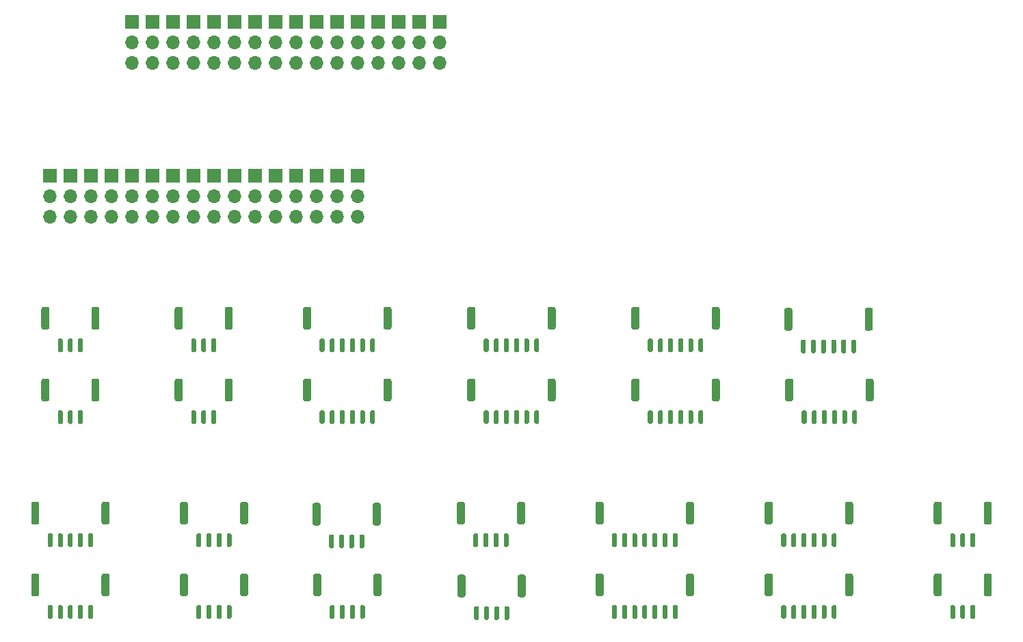
<source format=gts>
%TF.GenerationSoftware,KiCad,Pcbnew,(5.1.10)-1*%
%TF.CreationDate,2021-11-27T12:55:31-07:00*%
%TF.ProjectId,SandboxBreakout,53616e64-626f-4784-9272-65616b6f7574,rev?*%
%TF.SameCoordinates,Original*%
%TF.FileFunction,Soldermask,Top*%
%TF.FilePolarity,Negative*%
%FSLAX46Y46*%
G04 Gerber Fmt 4.6, Leading zero omitted, Abs format (unit mm)*
G04 Created by KiCad (PCBNEW (5.1.10)-1) date 2021-11-27 12:55:31*
%MOMM*%
%LPD*%
G01*
G04 APERTURE LIST*
%ADD10O,1.700000X1.700000*%
%ADD11R,1.700000X1.700000*%
G04 APERTURE END LIST*
D10*
X25400000Y-80010000D03*
X25400000Y-77470000D03*
D11*
X25400000Y-74930000D03*
X27940000Y-74930000D03*
D10*
X27940000Y-77470000D03*
X27940000Y-80010000D03*
D11*
X30480000Y-74930000D03*
D10*
X30480000Y-77470000D03*
X30480000Y-80010000D03*
D11*
X33020000Y-74930000D03*
D10*
X33020000Y-77470000D03*
X33020000Y-80010000D03*
X35560000Y-60960000D03*
X35560000Y-58420000D03*
D11*
X35560000Y-55880000D03*
D10*
X38100000Y-60960000D03*
X38100000Y-58420000D03*
D11*
X38100000Y-55880000D03*
D10*
X40640000Y-60960000D03*
X40640000Y-58420000D03*
D11*
X40640000Y-55880000D03*
D10*
X43180000Y-60960000D03*
X43180000Y-58420000D03*
D11*
X43180000Y-55880000D03*
D10*
X35560000Y-80010000D03*
X35560000Y-77470000D03*
D11*
X35560000Y-74930000D03*
D10*
X40640000Y-80010000D03*
X40640000Y-77470000D03*
D11*
X40640000Y-74930000D03*
D10*
X45720000Y-80010000D03*
X45720000Y-77470000D03*
D11*
X45720000Y-74930000D03*
D10*
X55880000Y-80010000D03*
X55880000Y-77470000D03*
D11*
X55880000Y-74930000D03*
D10*
X50800000Y-80010000D03*
X50800000Y-77470000D03*
D11*
X50800000Y-74930000D03*
D10*
X55880000Y-60960000D03*
X55880000Y-58420000D03*
D11*
X55880000Y-55880000D03*
D10*
X60960000Y-60960000D03*
X60960000Y-58420000D03*
D11*
X60960000Y-55880000D03*
D10*
X71120000Y-60960000D03*
X71120000Y-58420000D03*
D11*
X71120000Y-55880000D03*
D10*
X45720000Y-60960000D03*
X45720000Y-58420000D03*
D11*
X45720000Y-55880000D03*
D10*
X66040000Y-60960000D03*
X66040000Y-58420000D03*
D11*
X66040000Y-55880000D03*
D10*
X50800000Y-60960000D03*
X50800000Y-58420000D03*
D11*
X50800000Y-55880000D03*
D10*
X60960000Y-80010000D03*
X60960000Y-77470000D03*
D11*
X60960000Y-74930000D03*
D10*
X38100000Y-80010000D03*
X38100000Y-77470000D03*
D11*
X38100000Y-74930000D03*
D10*
X43180000Y-80010000D03*
X43180000Y-77470000D03*
D11*
X43180000Y-74930000D03*
D10*
X48260000Y-80010000D03*
X48260000Y-77470000D03*
D11*
X48260000Y-74930000D03*
D10*
X48260000Y-60960000D03*
X48260000Y-58420000D03*
D11*
X48260000Y-55880000D03*
D10*
X63500000Y-80010000D03*
X63500000Y-77470000D03*
D11*
X63500000Y-74930000D03*
D10*
X63500000Y-60960000D03*
X63500000Y-58420000D03*
D11*
X63500000Y-55880000D03*
D10*
X73660000Y-60960000D03*
X73660000Y-58420000D03*
D11*
X73660000Y-55880000D03*
D10*
X68580000Y-60960000D03*
X68580000Y-58420000D03*
D11*
X68580000Y-55880000D03*
D10*
X53340000Y-80010000D03*
X53340000Y-77470000D03*
D11*
X53340000Y-74930000D03*
D10*
X58420000Y-60960000D03*
X58420000Y-58420000D03*
D11*
X58420000Y-55880000D03*
D10*
X58420000Y-80010000D03*
X58420000Y-77470000D03*
D11*
X58420000Y-74930000D03*
D10*
X53340000Y-60960000D03*
X53340000Y-58420000D03*
D11*
X53340000Y-55880000D03*
G36*
G01*
X65455000Y-126750000D02*
X65455000Y-124450000D01*
G75*
G02*
X65705000Y-124200000I250000J0D01*
G01*
X66205000Y-124200000D01*
G75*
G02*
X66455000Y-124450000I0J-250000D01*
G01*
X66455000Y-126750000D01*
G75*
G02*
X66205000Y-127000000I-250000J0D01*
G01*
X65705000Y-127000000D01*
G75*
G02*
X65455000Y-126750000I0J250000D01*
G01*
G37*
G36*
G01*
X58005000Y-126750000D02*
X58005000Y-124450000D01*
G75*
G02*
X58255000Y-124200000I250000J0D01*
G01*
X58755000Y-124200000D01*
G75*
G02*
X59005000Y-124450000I0J-250000D01*
G01*
X59005000Y-126750000D01*
G75*
G02*
X58755000Y-127000000I-250000J0D01*
G01*
X58255000Y-127000000D01*
G75*
G02*
X58005000Y-126750000I0J250000D01*
G01*
G37*
G36*
G01*
X63805000Y-129650000D02*
X63805000Y-128250000D01*
G75*
G02*
X63955000Y-128100000I150000J0D01*
G01*
X64255000Y-128100000D01*
G75*
G02*
X64405000Y-128250000I0J-150000D01*
G01*
X64405000Y-129650000D01*
G75*
G02*
X64255000Y-129800000I-150000J0D01*
G01*
X63955000Y-129800000D01*
G75*
G02*
X63805000Y-129650000I0J150000D01*
G01*
G37*
G36*
G01*
X62555000Y-129650000D02*
X62555000Y-128250000D01*
G75*
G02*
X62705000Y-128100000I150000J0D01*
G01*
X63005000Y-128100000D01*
G75*
G02*
X63155000Y-128250000I0J-150000D01*
G01*
X63155000Y-129650000D01*
G75*
G02*
X63005000Y-129800000I-150000J0D01*
G01*
X62705000Y-129800000D01*
G75*
G02*
X62555000Y-129650000I0J150000D01*
G01*
G37*
G36*
G01*
X61305000Y-129650000D02*
X61305000Y-128250000D01*
G75*
G02*
X61455000Y-128100000I150000J0D01*
G01*
X61755000Y-128100000D01*
G75*
G02*
X61905000Y-128250000I0J-150000D01*
G01*
X61905000Y-129650000D01*
G75*
G02*
X61755000Y-129800000I-150000J0D01*
G01*
X61455000Y-129800000D01*
G75*
G02*
X61305000Y-129650000I0J150000D01*
G01*
G37*
G36*
G01*
X60055000Y-129650000D02*
X60055000Y-128250000D01*
G75*
G02*
X60205000Y-128100000I150000J0D01*
G01*
X60505000Y-128100000D01*
G75*
G02*
X60655000Y-128250000I0J-150000D01*
G01*
X60655000Y-129650000D01*
G75*
G02*
X60505000Y-129800000I-150000J0D01*
G01*
X60205000Y-129800000D01*
G75*
G02*
X60055000Y-129650000I0J150000D01*
G01*
G37*
G36*
G01*
X65370000Y-117990000D02*
X65370000Y-115690000D01*
G75*
G02*
X65620000Y-115440000I250000J0D01*
G01*
X66120000Y-115440000D01*
G75*
G02*
X66370000Y-115690000I0J-250000D01*
G01*
X66370000Y-117990000D01*
G75*
G02*
X66120000Y-118240000I-250000J0D01*
G01*
X65620000Y-118240000D01*
G75*
G02*
X65370000Y-117990000I0J250000D01*
G01*
G37*
G36*
G01*
X57920000Y-117990000D02*
X57920000Y-115690000D01*
G75*
G02*
X58170000Y-115440000I250000J0D01*
G01*
X58670000Y-115440000D01*
G75*
G02*
X58920000Y-115690000I0J-250000D01*
G01*
X58920000Y-117990000D01*
G75*
G02*
X58670000Y-118240000I-250000J0D01*
G01*
X58170000Y-118240000D01*
G75*
G02*
X57920000Y-117990000I0J250000D01*
G01*
G37*
G36*
G01*
X63720000Y-120890000D02*
X63720000Y-119490000D01*
G75*
G02*
X63870000Y-119340000I150000J0D01*
G01*
X64170000Y-119340000D01*
G75*
G02*
X64320000Y-119490000I0J-150000D01*
G01*
X64320000Y-120890000D01*
G75*
G02*
X64170000Y-121040000I-150000J0D01*
G01*
X63870000Y-121040000D01*
G75*
G02*
X63720000Y-120890000I0J150000D01*
G01*
G37*
G36*
G01*
X62470000Y-120890000D02*
X62470000Y-119490000D01*
G75*
G02*
X62620000Y-119340000I150000J0D01*
G01*
X62920000Y-119340000D01*
G75*
G02*
X63070000Y-119490000I0J-150000D01*
G01*
X63070000Y-120890000D01*
G75*
G02*
X62920000Y-121040000I-150000J0D01*
G01*
X62620000Y-121040000D01*
G75*
G02*
X62470000Y-120890000I0J150000D01*
G01*
G37*
G36*
G01*
X61220000Y-120890000D02*
X61220000Y-119490000D01*
G75*
G02*
X61370000Y-119340000I150000J0D01*
G01*
X61670000Y-119340000D01*
G75*
G02*
X61820000Y-119490000I0J-150000D01*
G01*
X61820000Y-120890000D01*
G75*
G02*
X61670000Y-121040000I-150000J0D01*
G01*
X61370000Y-121040000D01*
G75*
G02*
X61220000Y-120890000I0J150000D01*
G01*
G37*
G36*
G01*
X59970000Y-120890000D02*
X59970000Y-119490000D01*
G75*
G02*
X60120000Y-119340000I150000J0D01*
G01*
X60420000Y-119340000D01*
G75*
G02*
X60570000Y-119490000I0J-150000D01*
G01*
X60570000Y-120890000D01*
G75*
G02*
X60420000Y-121040000I-150000J0D01*
G01*
X60120000Y-121040000D01*
G75*
G02*
X59970000Y-120890000I0J150000D01*
G01*
G37*
G36*
G01*
X87025000Y-102620000D02*
X87025000Y-100320000D01*
G75*
G02*
X87275000Y-100070000I250000J0D01*
G01*
X87775000Y-100070000D01*
G75*
G02*
X88025000Y-100320000I0J-250000D01*
G01*
X88025000Y-102620000D01*
G75*
G02*
X87775000Y-102870000I-250000J0D01*
G01*
X87275000Y-102870000D01*
G75*
G02*
X87025000Y-102620000I0J250000D01*
G01*
G37*
G36*
G01*
X77075000Y-102620000D02*
X77075000Y-100320000D01*
G75*
G02*
X77325000Y-100070000I250000J0D01*
G01*
X77825000Y-100070000D01*
G75*
G02*
X78075000Y-100320000I0J-250000D01*
G01*
X78075000Y-102620000D01*
G75*
G02*
X77825000Y-102870000I-250000J0D01*
G01*
X77325000Y-102870000D01*
G75*
G02*
X77075000Y-102620000I0J250000D01*
G01*
G37*
G36*
G01*
X85375000Y-105520000D02*
X85375000Y-104120000D01*
G75*
G02*
X85525000Y-103970000I150000J0D01*
G01*
X85825000Y-103970000D01*
G75*
G02*
X85975000Y-104120000I0J-150000D01*
G01*
X85975000Y-105520000D01*
G75*
G02*
X85825000Y-105670000I-150000J0D01*
G01*
X85525000Y-105670000D01*
G75*
G02*
X85375000Y-105520000I0J150000D01*
G01*
G37*
G36*
G01*
X84125000Y-105520000D02*
X84125000Y-104120000D01*
G75*
G02*
X84275000Y-103970000I150000J0D01*
G01*
X84575000Y-103970000D01*
G75*
G02*
X84725000Y-104120000I0J-150000D01*
G01*
X84725000Y-105520000D01*
G75*
G02*
X84575000Y-105670000I-150000J0D01*
G01*
X84275000Y-105670000D01*
G75*
G02*
X84125000Y-105520000I0J150000D01*
G01*
G37*
G36*
G01*
X82875000Y-105520000D02*
X82875000Y-104120000D01*
G75*
G02*
X83025000Y-103970000I150000J0D01*
G01*
X83325000Y-103970000D01*
G75*
G02*
X83475000Y-104120000I0J-150000D01*
G01*
X83475000Y-105520000D01*
G75*
G02*
X83325000Y-105670000I-150000J0D01*
G01*
X83025000Y-105670000D01*
G75*
G02*
X82875000Y-105520000I0J150000D01*
G01*
G37*
G36*
G01*
X81625000Y-105520000D02*
X81625000Y-104120000D01*
G75*
G02*
X81775000Y-103970000I150000J0D01*
G01*
X82075000Y-103970000D01*
G75*
G02*
X82225000Y-104120000I0J-150000D01*
G01*
X82225000Y-105520000D01*
G75*
G02*
X82075000Y-105670000I-150000J0D01*
G01*
X81775000Y-105670000D01*
G75*
G02*
X81625000Y-105520000I0J150000D01*
G01*
G37*
G36*
G01*
X80375000Y-105520000D02*
X80375000Y-104120000D01*
G75*
G02*
X80525000Y-103970000I150000J0D01*
G01*
X80825000Y-103970000D01*
G75*
G02*
X80975000Y-104120000I0J-150000D01*
G01*
X80975000Y-105520000D01*
G75*
G02*
X80825000Y-105670000I-150000J0D01*
G01*
X80525000Y-105670000D01*
G75*
G02*
X80375000Y-105520000I0J150000D01*
G01*
G37*
G36*
G01*
X79125000Y-105520000D02*
X79125000Y-104120000D01*
G75*
G02*
X79275000Y-103970000I150000J0D01*
G01*
X79575000Y-103970000D01*
G75*
G02*
X79725000Y-104120000I0J-150000D01*
G01*
X79725000Y-105520000D01*
G75*
G02*
X79575000Y-105670000I-150000J0D01*
G01*
X79275000Y-105670000D01*
G75*
G02*
X79125000Y-105520000I0J150000D01*
G01*
G37*
G36*
G01*
X87025000Y-93730000D02*
X87025000Y-91430000D01*
G75*
G02*
X87275000Y-91180000I250000J0D01*
G01*
X87775000Y-91180000D01*
G75*
G02*
X88025000Y-91430000I0J-250000D01*
G01*
X88025000Y-93730000D01*
G75*
G02*
X87775000Y-93980000I-250000J0D01*
G01*
X87275000Y-93980000D01*
G75*
G02*
X87025000Y-93730000I0J250000D01*
G01*
G37*
G36*
G01*
X77075000Y-93730000D02*
X77075000Y-91430000D01*
G75*
G02*
X77325000Y-91180000I250000J0D01*
G01*
X77825000Y-91180000D01*
G75*
G02*
X78075000Y-91430000I0J-250000D01*
G01*
X78075000Y-93730000D01*
G75*
G02*
X77825000Y-93980000I-250000J0D01*
G01*
X77325000Y-93980000D01*
G75*
G02*
X77075000Y-93730000I0J250000D01*
G01*
G37*
G36*
G01*
X85375000Y-96630000D02*
X85375000Y-95230000D01*
G75*
G02*
X85525000Y-95080000I150000J0D01*
G01*
X85825000Y-95080000D01*
G75*
G02*
X85975000Y-95230000I0J-150000D01*
G01*
X85975000Y-96630000D01*
G75*
G02*
X85825000Y-96780000I-150000J0D01*
G01*
X85525000Y-96780000D01*
G75*
G02*
X85375000Y-96630000I0J150000D01*
G01*
G37*
G36*
G01*
X84125000Y-96630000D02*
X84125000Y-95230000D01*
G75*
G02*
X84275000Y-95080000I150000J0D01*
G01*
X84575000Y-95080000D01*
G75*
G02*
X84725000Y-95230000I0J-150000D01*
G01*
X84725000Y-96630000D01*
G75*
G02*
X84575000Y-96780000I-150000J0D01*
G01*
X84275000Y-96780000D01*
G75*
G02*
X84125000Y-96630000I0J150000D01*
G01*
G37*
G36*
G01*
X82875000Y-96630000D02*
X82875000Y-95230000D01*
G75*
G02*
X83025000Y-95080000I150000J0D01*
G01*
X83325000Y-95080000D01*
G75*
G02*
X83475000Y-95230000I0J-150000D01*
G01*
X83475000Y-96630000D01*
G75*
G02*
X83325000Y-96780000I-150000J0D01*
G01*
X83025000Y-96780000D01*
G75*
G02*
X82875000Y-96630000I0J150000D01*
G01*
G37*
G36*
G01*
X81625000Y-96630000D02*
X81625000Y-95230000D01*
G75*
G02*
X81775000Y-95080000I150000J0D01*
G01*
X82075000Y-95080000D01*
G75*
G02*
X82225000Y-95230000I0J-150000D01*
G01*
X82225000Y-96630000D01*
G75*
G02*
X82075000Y-96780000I-150000J0D01*
G01*
X81775000Y-96780000D01*
G75*
G02*
X81625000Y-96630000I0J150000D01*
G01*
G37*
G36*
G01*
X80375000Y-96630000D02*
X80375000Y-95230000D01*
G75*
G02*
X80525000Y-95080000I150000J0D01*
G01*
X80825000Y-95080000D01*
G75*
G02*
X80975000Y-95230000I0J-150000D01*
G01*
X80975000Y-96630000D01*
G75*
G02*
X80825000Y-96780000I-150000J0D01*
G01*
X80525000Y-96780000D01*
G75*
G02*
X80375000Y-96630000I0J150000D01*
G01*
G37*
G36*
G01*
X79125000Y-96630000D02*
X79125000Y-95230000D01*
G75*
G02*
X79275000Y-95080000I150000J0D01*
G01*
X79575000Y-95080000D01*
G75*
G02*
X79725000Y-95230000I0J-150000D01*
G01*
X79725000Y-96630000D01*
G75*
G02*
X79575000Y-96780000I-150000J0D01*
G01*
X79275000Y-96780000D01*
G75*
G02*
X79125000Y-96630000I0J150000D01*
G01*
G37*
G36*
G01*
X66705000Y-102620000D02*
X66705000Y-100320000D01*
G75*
G02*
X66955000Y-100070000I250000J0D01*
G01*
X67455000Y-100070000D01*
G75*
G02*
X67705000Y-100320000I0J-250000D01*
G01*
X67705000Y-102620000D01*
G75*
G02*
X67455000Y-102870000I-250000J0D01*
G01*
X66955000Y-102870000D01*
G75*
G02*
X66705000Y-102620000I0J250000D01*
G01*
G37*
G36*
G01*
X56755000Y-102620000D02*
X56755000Y-100320000D01*
G75*
G02*
X57005000Y-100070000I250000J0D01*
G01*
X57505000Y-100070000D01*
G75*
G02*
X57755000Y-100320000I0J-250000D01*
G01*
X57755000Y-102620000D01*
G75*
G02*
X57505000Y-102870000I-250000J0D01*
G01*
X57005000Y-102870000D01*
G75*
G02*
X56755000Y-102620000I0J250000D01*
G01*
G37*
G36*
G01*
X65055000Y-105520000D02*
X65055000Y-104120000D01*
G75*
G02*
X65205000Y-103970000I150000J0D01*
G01*
X65505000Y-103970000D01*
G75*
G02*
X65655000Y-104120000I0J-150000D01*
G01*
X65655000Y-105520000D01*
G75*
G02*
X65505000Y-105670000I-150000J0D01*
G01*
X65205000Y-105670000D01*
G75*
G02*
X65055000Y-105520000I0J150000D01*
G01*
G37*
G36*
G01*
X63805000Y-105520000D02*
X63805000Y-104120000D01*
G75*
G02*
X63955000Y-103970000I150000J0D01*
G01*
X64255000Y-103970000D01*
G75*
G02*
X64405000Y-104120000I0J-150000D01*
G01*
X64405000Y-105520000D01*
G75*
G02*
X64255000Y-105670000I-150000J0D01*
G01*
X63955000Y-105670000D01*
G75*
G02*
X63805000Y-105520000I0J150000D01*
G01*
G37*
G36*
G01*
X62555000Y-105520000D02*
X62555000Y-104120000D01*
G75*
G02*
X62705000Y-103970000I150000J0D01*
G01*
X63005000Y-103970000D01*
G75*
G02*
X63155000Y-104120000I0J-150000D01*
G01*
X63155000Y-105520000D01*
G75*
G02*
X63005000Y-105670000I-150000J0D01*
G01*
X62705000Y-105670000D01*
G75*
G02*
X62555000Y-105520000I0J150000D01*
G01*
G37*
G36*
G01*
X61305000Y-105520000D02*
X61305000Y-104120000D01*
G75*
G02*
X61455000Y-103970000I150000J0D01*
G01*
X61755000Y-103970000D01*
G75*
G02*
X61905000Y-104120000I0J-150000D01*
G01*
X61905000Y-105520000D01*
G75*
G02*
X61755000Y-105670000I-150000J0D01*
G01*
X61455000Y-105670000D01*
G75*
G02*
X61305000Y-105520000I0J150000D01*
G01*
G37*
G36*
G01*
X60055000Y-105520000D02*
X60055000Y-104120000D01*
G75*
G02*
X60205000Y-103970000I150000J0D01*
G01*
X60505000Y-103970000D01*
G75*
G02*
X60655000Y-104120000I0J-150000D01*
G01*
X60655000Y-105520000D01*
G75*
G02*
X60505000Y-105670000I-150000J0D01*
G01*
X60205000Y-105670000D01*
G75*
G02*
X60055000Y-105520000I0J150000D01*
G01*
G37*
G36*
G01*
X58805000Y-105520000D02*
X58805000Y-104120000D01*
G75*
G02*
X58955000Y-103970000I150000J0D01*
G01*
X59255000Y-103970000D01*
G75*
G02*
X59405000Y-104120000I0J-150000D01*
G01*
X59405000Y-105520000D01*
G75*
G02*
X59255000Y-105670000I-150000J0D01*
G01*
X58955000Y-105670000D01*
G75*
G02*
X58805000Y-105520000I0J150000D01*
G01*
G37*
G36*
G01*
X66705000Y-93730000D02*
X66705000Y-91430000D01*
G75*
G02*
X66955000Y-91180000I250000J0D01*
G01*
X67455000Y-91180000D01*
G75*
G02*
X67705000Y-91430000I0J-250000D01*
G01*
X67705000Y-93730000D01*
G75*
G02*
X67455000Y-93980000I-250000J0D01*
G01*
X66955000Y-93980000D01*
G75*
G02*
X66705000Y-93730000I0J250000D01*
G01*
G37*
G36*
G01*
X56755000Y-93730000D02*
X56755000Y-91430000D01*
G75*
G02*
X57005000Y-91180000I250000J0D01*
G01*
X57505000Y-91180000D01*
G75*
G02*
X57755000Y-91430000I0J-250000D01*
G01*
X57755000Y-93730000D01*
G75*
G02*
X57505000Y-93980000I-250000J0D01*
G01*
X57005000Y-93980000D01*
G75*
G02*
X56755000Y-93730000I0J250000D01*
G01*
G37*
G36*
G01*
X65055000Y-96630000D02*
X65055000Y-95230000D01*
G75*
G02*
X65205000Y-95080000I150000J0D01*
G01*
X65505000Y-95080000D01*
G75*
G02*
X65655000Y-95230000I0J-150000D01*
G01*
X65655000Y-96630000D01*
G75*
G02*
X65505000Y-96780000I-150000J0D01*
G01*
X65205000Y-96780000D01*
G75*
G02*
X65055000Y-96630000I0J150000D01*
G01*
G37*
G36*
G01*
X63805000Y-96630000D02*
X63805000Y-95230000D01*
G75*
G02*
X63955000Y-95080000I150000J0D01*
G01*
X64255000Y-95080000D01*
G75*
G02*
X64405000Y-95230000I0J-150000D01*
G01*
X64405000Y-96630000D01*
G75*
G02*
X64255000Y-96780000I-150000J0D01*
G01*
X63955000Y-96780000D01*
G75*
G02*
X63805000Y-96630000I0J150000D01*
G01*
G37*
G36*
G01*
X62555000Y-96630000D02*
X62555000Y-95230000D01*
G75*
G02*
X62705000Y-95080000I150000J0D01*
G01*
X63005000Y-95080000D01*
G75*
G02*
X63155000Y-95230000I0J-150000D01*
G01*
X63155000Y-96630000D01*
G75*
G02*
X63005000Y-96780000I-150000J0D01*
G01*
X62705000Y-96780000D01*
G75*
G02*
X62555000Y-96630000I0J150000D01*
G01*
G37*
G36*
G01*
X61305000Y-96630000D02*
X61305000Y-95230000D01*
G75*
G02*
X61455000Y-95080000I150000J0D01*
G01*
X61755000Y-95080000D01*
G75*
G02*
X61905000Y-95230000I0J-150000D01*
G01*
X61905000Y-96630000D01*
G75*
G02*
X61755000Y-96780000I-150000J0D01*
G01*
X61455000Y-96780000D01*
G75*
G02*
X61305000Y-96630000I0J150000D01*
G01*
G37*
G36*
G01*
X60055000Y-96630000D02*
X60055000Y-95230000D01*
G75*
G02*
X60205000Y-95080000I150000J0D01*
G01*
X60505000Y-95080000D01*
G75*
G02*
X60655000Y-95230000I0J-150000D01*
G01*
X60655000Y-96630000D01*
G75*
G02*
X60505000Y-96780000I-150000J0D01*
G01*
X60205000Y-96780000D01*
G75*
G02*
X60055000Y-96630000I0J150000D01*
G01*
G37*
G36*
G01*
X58805000Y-96630000D02*
X58805000Y-95230000D01*
G75*
G02*
X58955000Y-95080000I150000J0D01*
G01*
X59255000Y-95080000D01*
G75*
G02*
X59405000Y-95230000I0J-150000D01*
G01*
X59405000Y-96630000D01*
G75*
G02*
X59255000Y-96780000I-150000J0D01*
G01*
X58955000Y-96780000D01*
G75*
G02*
X58805000Y-96630000I0J150000D01*
G01*
G37*
G36*
G01*
X47050000Y-102620000D02*
X47050000Y-100320000D01*
G75*
G02*
X47300000Y-100070000I250000J0D01*
G01*
X47800000Y-100070000D01*
G75*
G02*
X48050000Y-100320000I0J-250000D01*
G01*
X48050000Y-102620000D01*
G75*
G02*
X47800000Y-102870000I-250000J0D01*
G01*
X47300000Y-102870000D01*
G75*
G02*
X47050000Y-102620000I0J250000D01*
G01*
G37*
G36*
G01*
X40850000Y-102620000D02*
X40850000Y-100320000D01*
G75*
G02*
X41100000Y-100070000I250000J0D01*
G01*
X41600000Y-100070000D01*
G75*
G02*
X41850000Y-100320000I0J-250000D01*
G01*
X41850000Y-102620000D01*
G75*
G02*
X41600000Y-102870000I-250000J0D01*
G01*
X41100000Y-102870000D01*
G75*
G02*
X40850000Y-102620000I0J250000D01*
G01*
G37*
G36*
G01*
X45400000Y-105520000D02*
X45400000Y-104120000D01*
G75*
G02*
X45550000Y-103970000I150000J0D01*
G01*
X45850000Y-103970000D01*
G75*
G02*
X46000000Y-104120000I0J-150000D01*
G01*
X46000000Y-105520000D01*
G75*
G02*
X45850000Y-105670000I-150000J0D01*
G01*
X45550000Y-105670000D01*
G75*
G02*
X45400000Y-105520000I0J150000D01*
G01*
G37*
G36*
G01*
X44150000Y-105520000D02*
X44150000Y-104120000D01*
G75*
G02*
X44300000Y-103970000I150000J0D01*
G01*
X44600000Y-103970000D01*
G75*
G02*
X44750000Y-104120000I0J-150000D01*
G01*
X44750000Y-105520000D01*
G75*
G02*
X44600000Y-105670000I-150000J0D01*
G01*
X44300000Y-105670000D01*
G75*
G02*
X44150000Y-105520000I0J150000D01*
G01*
G37*
G36*
G01*
X42900000Y-105520000D02*
X42900000Y-104120000D01*
G75*
G02*
X43050000Y-103970000I150000J0D01*
G01*
X43350000Y-103970000D01*
G75*
G02*
X43500000Y-104120000I0J-150000D01*
G01*
X43500000Y-105520000D01*
G75*
G02*
X43350000Y-105670000I-150000J0D01*
G01*
X43050000Y-105670000D01*
G75*
G02*
X42900000Y-105520000I0J150000D01*
G01*
G37*
G36*
G01*
X47050000Y-93730000D02*
X47050000Y-91430000D01*
G75*
G02*
X47300000Y-91180000I250000J0D01*
G01*
X47800000Y-91180000D01*
G75*
G02*
X48050000Y-91430000I0J-250000D01*
G01*
X48050000Y-93730000D01*
G75*
G02*
X47800000Y-93980000I-250000J0D01*
G01*
X47300000Y-93980000D01*
G75*
G02*
X47050000Y-93730000I0J250000D01*
G01*
G37*
G36*
G01*
X40850000Y-93730000D02*
X40850000Y-91430000D01*
G75*
G02*
X41100000Y-91180000I250000J0D01*
G01*
X41600000Y-91180000D01*
G75*
G02*
X41850000Y-91430000I0J-250000D01*
G01*
X41850000Y-93730000D01*
G75*
G02*
X41600000Y-93980000I-250000J0D01*
G01*
X41100000Y-93980000D01*
G75*
G02*
X40850000Y-93730000I0J250000D01*
G01*
G37*
G36*
G01*
X45400000Y-96630000D02*
X45400000Y-95230000D01*
G75*
G02*
X45550000Y-95080000I150000J0D01*
G01*
X45850000Y-95080000D01*
G75*
G02*
X46000000Y-95230000I0J-150000D01*
G01*
X46000000Y-96630000D01*
G75*
G02*
X45850000Y-96780000I-150000J0D01*
G01*
X45550000Y-96780000D01*
G75*
G02*
X45400000Y-96630000I0J150000D01*
G01*
G37*
G36*
G01*
X44150000Y-96630000D02*
X44150000Y-95230000D01*
G75*
G02*
X44300000Y-95080000I150000J0D01*
G01*
X44600000Y-95080000D01*
G75*
G02*
X44750000Y-95230000I0J-150000D01*
G01*
X44750000Y-96630000D01*
G75*
G02*
X44600000Y-96780000I-150000J0D01*
G01*
X44300000Y-96780000D01*
G75*
G02*
X44150000Y-96630000I0J150000D01*
G01*
G37*
G36*
G01*
X42900000Y-96630000D02*
X42900000Y-95230000D01*
G75*
G02*
X43050000Y-95080000I150000J0D01*
G01*
X43350000Y-95080000D01*
G75*
G02*
X43500000Y-95230000I0J-150000D01*
G01*
X43500000Y-96630000D01*
G75*
G02*
X43350000Y-96780000I-150000J0D01*
G01*
X43050000Y-96780000D01*
G75*
G02*
X42900000Y-96630000I0J150000D01*
G01*
G37*
G36*
G01*
X30540000Y-102620000D02*
X30540000Y-100320000D01*
G75*
G02*
X30790000Y-100070000I250000J0D01*
G01*
X31290000Y-100070000D01*
G75*
G02*
X31540000Y-100320000I0J-250000D01*
G01*
X31540000Y-102620000D01*
G75*
G02*
X31290000Y-102870000I-250000J0D01*
G01*
X30790000Y-102870000D01*
G75*
G02*
X30540000Y-102620000I0J250000D01*
G01*
G37*
G36*
G01*
X24340000Y-102620000D02*
X24340000Y-100320000D01*
G75*
G02*
X24590000Y-100070000I250000J0D01*
G01*
X25090000Y-100070000D01*
G75*
G02*
X25340000Y-100320000I0J-250000D01*
G01*
X25340000Y-102620000D01*
G75*
G02*
X25090000Y-102870000I-250000J0D01*
G01*
X24590000Y-102870000D01*
G75*
G02*
X24340000Y-102620000I0J250000D01*
G01*
G37*
G36*
G01*
X28890000Y-105520000D02*
X28890000Y-104120000D01*
G75*
G02*
X29040000Y-103970000I150000J0D01*
G01*
X29340000Y-103970000D01*
G75*
G02*
X29490000Y-104120000I0J-150000D01*
G01*
X29490000Y-105520000D01*
G75*
G02*
X29340000Y-105670000I-150000J0D01*
G01*
X29040000Y-105670000D01*
G75*
G02*
X28890000Y-105520000I0J150000D01*
G01*
G37*
G36*
G01*
X27640000Y-105520000D02*
X27640000Y-104120000D01*
G75*
G02*
X27790000Y-103970000I150000J0D01*
G01*
X28090000Y-103970000D01*
G75*
G02*
X28240000Y-104120000I0J-150000D01*
G01*
X28240000Y-105520000D01*
G75*
G02*
X28090000Y-105670000I-150000J0D01*
G01*
X27790000Y-105670000D01*
G75*
G02*
X27640000Y-105520000I0J150000D01*
G01*
G37*
G36*
G01*
X26390000Y-105520000D02*
X26390000Y-104120000D01*
G75*
G02*
X26540000Y-103970000I150000J0D01*
G01*
X26840000Y-103970000D01*
G75*
G02*
X26990000Y-104120000I0J-150000D01*
G01*
X26990000Y-105520000D01*
G75*
G02*
X26840000Y-105670000I-150000J0D01*
G01*
X26540000Y-105670000D01*
G75*
G02*
X26390000Y-105520000I0J150000D01*
G01*
G37*
G36*
G01*
X104160000Y-126750000D02*
X104160000Y-124450000D01*
G75*
G02*
X104410000Y-124200000I250000J0D01*
G01*
X104910000Y-124200000D01*
G75*
G02*
X105160000Y-124450000I0J-250000D01*
G01*
X105160000Y-126750000D01*
G75*
G02*
X104910000Y-127000000I-250000J0D01*
G01*
X104410000Y-127000000D01*
G75*
G02*
X104160000Y-126750000I0J250000D01*
G01*
G37*
G36*
G01*
X92960000Y-126750000D02*
X92960000Y-124450000D01*
G75*
G02*
X93210000Y-124200000I250000J0D01*
G01*
X93710000Y-124200000D01*
G75*
G02*
X93960000Y-124450000I0J-250000D01*
G01*
X93960000Y-126750000D01*
G75*
G02*
X93710000Y-127000000I-250000J0D01*
G01*
X93210000Y-127000000D01*
G75*
G02*
X92960000Y-126750000I0J250000D01*
G01*
G37*
G36*
G01*
X102510000Y-129650000D02*
X102510000Y-128250000D01*
G75*
G02*
X102660000Y-128100000I150000J0D01*
G01*
X102960000Y-128100000D01*
G75*
G02*
X103110000Y-128250000I0J-150000D01*
G01*
X103110000Y-129650000D01*
G75*
G02*
X102960000Y-129800000I-150000J0D01*
G01*
X102660000Y-129800000D01*
G75*
G02*
X102510000Y-129650000I0J150000D01*
G01*
G37*
G36*
G01*
X101260000Y-129650000D02*
X101260000Y-128250000D01*
G75*
G02*
X101410000Y-128100000I150000J0D01*
G01*
X101710000Y-128100000D01*
G75*
G02*
X101860000Y-128250000I0J-150000D01*
G01*
X101860000Y-129650000D01*
G75*
G02*
X101710000Y-129800000I-150000J0D01*
G01*
X101410000Y-129800000D01*
G75*
G02*
X101260000Y-129650000I0J150000D01*
G01*
G37*
G36*
G01*
X100010000Y-129650000D02*
X100010000Y-128250000D01*
G75*
G02*
X100160000Y-128100000I150000J0D01*
G01*
X100460000Y-128100000D01*
G75*
G02*
X100610000Y-128250000I0J-150000D01*
G01*
X100610000Y-129650000D01*
G75*
G02*
X100460000Y-129800000I-150000J0D01*
G01*
X100160000Y-129800000D01*
G75*
G02*
X100010000Y-129650000I0J150000D01*
G01*
G37*
G36*
G01*
X98760000Y-129650000D02*
X98760000Y-128250000D01*
G75*
G02*
X98910000Y-128100000I150000J0D01*
G01*
X99210000Y-128100000D01*
G75*
G02*
X99360000Y-128250000I0J-150000D01*
G01*
X99360000Y-129650000D01*
G75*
G02*
X99210000Y-129800000I-150000J0D01*
G01*
X98910000Y-129800000D01*
G75*
G02*
X98760000Y-129650000I0J150000D01*
G01*
G37*
G36*
G01*
X97510000Y-129650000D02*
X97510000Y-128250000D01*
G75*
G02*
X97660000Y-128100000I150000J0D01*
G01*
X97960000Y-128100000D01*
G75*
G02*
X98110000Y-128250000I0J-150000D01*
G01*
X98110000Y-129650000D01*
G75*
G02*
X97960000Y-129800000I-150000J0D01*
G01*
X97660000Y-129800000D01*
G75*
G02*
X97510000Y-129650000I0J150000D01*
G01*
G37*
G36*
G01*
X96260000Y-129650000D02*
X96260000Y-128250000D01*
G75*
G02*
X96410000Y-128100000I150000J0D01*
G01*
X96710000Y-128100000D01*
G75*
G02*
X96860000Y-128250000I0J-150000D01*
G01*
X96860000Y-129650000D01*
G75*
G02*
X96710000Y-129800000I-150000J0D01*
G01*
X96410000Y-129800000D01*
G75*
G02*
X96260000Y-129650000I0J150000D01*
G01*
G37*
G36*
G01*
X95010000Y-129650000D02*
X95010000Y-128250000D01*
G75*
G02*
X95160000Y-128100000I150000J0D01*
G01*
X95460000Y-128100000D01*
G75*
G02*
X95610000Y-128250000I0J-150000D01*
G01*
X95610000Y-129650000D01*
G75*
G02*
X95460000Y-129800000I-150000J0D01*
G01*
X95160000Y-129800000D01*
G75*
G02*
X95010000Y-129650000I0J150000D01*
G01*
G37*
G36*
G01*
X104160000Y-117860000D02*
X104160000Y-115560000D01*
G75*
G02*
X104410000Y-115310000I250000J0D01*
G01*
X104910000Y-115310000D01*
G75*
G02*
X105160000Y-115560000I0J-250000D01*
G01*
X105160000Y-117860000D01*
G75*
G02*
X104910000Y-118110000I-250000J0D01*
G01*
X104410000Y-118110000D01*
G75*
G02*
X104160000Y-117860000I0J250000D01*
G01*
G37*
G36*
G01*
X92960000Y-117860000D02*
X92960000Y-115560000D01*
G75*
G02*
X93210000Y-115310000I250000J0D01*
G01*
X93710000Y-115310000D01*
G75*
G02*
X93960000Y-115560000I0J-250000D01*
G01*
X93960000Y-117860000D01*
G75*
G02*
X93710000Y-118110000I-250000J0D01*
G01*
X93210000Y-118110000D01*
G75*
G02*
X92960000Y-117860000I0J250000D01*
G01*
G37*
G36*
G01*
X102510000Y-120760000D02*
X102510000Y-119360000D01*
G75*
G02*
X102660000Y-119210000I150000J0D01*
G01*
X102960000Y-119210000D01*
G75*
G02*
X103110000Y-119360000I0J-150000D01*
G01*
X103110000Y-120760000D01*
G75*
G02*
X102960000Y-120910000I-150000J0D01*
G01*
X102660000Y-120910000D01*
G75*
G02*
X102510000Y-120760000I0J150000D01*
G01*
G37*
G36*
G01*
X101260000Y-120760000D02*
X101260000Y-119360000D01*
G75*
G02*
X101410000Y-119210000I150000J0D01*
G01*
X101710000Y-119210000D01*
G75*
G02*
X101860000Y-119360000I0J-150000D01*
G01*
X101860000Y-120760000D01*
G75*
G02*
X101710000Y-120910000I-150000J0D01*
G01*
X101410000Y-120910000D01*
G75*
G02*
X101260000Y-120760000I0J150000D01*
G01*
G37*
G36*
G01*
X100010000Y-120760000D02*
X100010000Y-119360000D01*
G75*
G02*
X100160000Y-119210000I150000J0D01*
G01*
X100460000Y-119210000D01*
G75*
G02*
X100610000Y-119360000I0J-150000D01*
G01*
X100610000Y-120760000D01*
G75*
G02*
X100460000Y-120910000I-150000J0D01*
G01*
X100160000Y-120910000D01*
G75*
G02*
X100010000Y-120760000I0J150000D01*
G01*
G37*
G36*
G01*
X98760000Y-120760000D02*
X98760000Y-119360000D01*
G75*
G02*
X98910000Y-119210000I150000J0D01*
G01*
X99210000Y-119210000D01*
G75*
G02*
X99360000Y-119360000I0J-150000D01*
G01*
X99360000Y-120760000D01*
G75*
G02*
X99210000Y-120910000I-150000J0D01*
G01*
X98910000Y-120910000D01*
G75*
G02*
X98760000Y-120760000I0J150000D01*
G01*
G37*
G36*
G01*
X97510000Y-120760000D02*
X97510000Y-119360000D01*
G75*
G02*
X97660000Y-119210000I150000J0D01*
G01*
X97960000Y-119210000D01*
G75*
G02*
X98110000Y-119360000I0J-150000D01*
G01*
X98110000Y-120760000D01*
G75*
G02*
X97960000Y-120910000I-150000J0D01*
G01*
X97660000Y-120910000D01*
G75*
G02*
X97510000Y-120760000I0J150000D01*
G01*
G37*
G36*
G01*
X96260000Y-120760000D02*
X96260000Y-119360000D01*
G75*
G02*
X96410000Y-119210000I150000J0D01*
G01*
X96710000Y-119210000D01*
G75*
G02*
X96860000Y-119360000I0J-150000D01*
G01*
X96860000Y-120760000D01*
G75*
G02*
X96710000Y-120910000I-150000J0D01*
G01*
X96410000Y-120910000D01*
G75*
G02*
X96260000Y-120760000I0J150000D01*
G01*
G37*
G36*
G01*
X95010000Y-120760000D02*
X95010000Y-119360000D01*
G75*
G02*
X95160000Y-119210000I150000J0D01*
G01*
X95460000Y-119210000D01*
G75*
G02*
X95610000Y-119360000I0J-150000D01*
G01*
X95610000Y-120760000D01*
G75*
G02*
X95460000Y-120910000I-150000J0D01*
G01*
X95160000Y-120910000D01*
G75*
G02*
X95010000Y-120760000I0J150000D01*
G01*
G37*
G36*
G01*
X107345000Y-102620000D02*
X107345000Y-100320000D01*
G75*
G02*
X107595000Y-100070000I250000J0D01*
G01*
X108095000Y-100070000D01*
G75*
G02*
X108345000Y-100320000I0J-250000D01*
G01*
X108345000Y-102620000D01*
G75*
G02*
X108095000Y-102870000I-250000J0D01*
G01*
X107595000Y-102870000D01*
G75*
G02*
X107345000Y-102620000I0J250000D01*
G01*
G37*
G36*
G01*
X97395000Y-102620000D02*
X97395000Y-100320000D01*
G75*
G02*
X97645000Y-100070000I250000J0D01*
G01*
X98145000Y-100070000D01*
G75*
G02*
X98395000Y-100320000I0J-250000D01*
G01*
X98395000Y-102620000D01*
G75*
G02*
X98145000Y-102870000I-250000J0D01*
G01*
X97645000Y-102870000D01*
G75*
G02*
X97395000Y-102620000I0J250000D01*
G01*
G37*
G36*
G01*
X105695000Y-105520000D02*
X105695000Y-104120000D01*
G75*
G02*
X105845000Y-103970000I150000J0D01*
G01*
X106145000Y-103970000D01*
G75*
G02*
X106295000Y-104120000I0J-150000D01*
G01*
X106295000Y-105520000D01*
G75*
G02*
X106145000Y-105670000I-150000J0D01*
G01*
X105845000Y-105670000D01*
G75*
G02*
X105695000Y-105520000I0J150000D01*
G01*
G37*
G36*
G01*
X104445000Y-105520000D02*
X104445000Y-104120000D01*
G75*
G02*
X104595000Y-103970000I150000J0D01*
G01*
X104895000Y-103970000D01*
G75*
G02*
X105045000Y-104120000I0J-150000D01*
G01*
X105045000Y-105520000D01*
G75*
G02*
X104895000Y-105670000I-150000J0D01*
G01*
X104595000Y-105670000D01*
G75*
G02*
X104445000Y-105520000I0J150000D01*
G01*
G37*
G36*
G01*
X103195000Y-105520000D02*
X103195000Y-104120000D01*
G75*
G02*
X103345000Y-103970000I150000J0D01*
G01*
X103645000Y-103970000D01*
G75*
G02*
X103795000Y-104120000I0J-150000D01*
G01*
X103795000Y-105520000D01*
G75*
G02*
X103645000Y-105670000I-150000J0D01*
G01*
X103345000Y-105670000D01*
G75*
G02*
X103195000Y-105520000I0J150000D01*
G01*
G37*
G36*
G01*
X101945000Y-105520000D02*
X101945000Y-104120000D01*
G75*
G02*
X102095000Y-103970000I150000J0D01*
G01*
X102395000Y-103970000D01*
G75*
G02*
X102545000Y-104120000I0J-150000D01*
G01*
X102545000Y-105520000D01*
G75*
G02*
X102395000Y-105670000I-150000J0D01*
G01*
X102095000Y-105670000D01*
G75*
G02*
X101945000Y-105520000I0J150000D01*
G01*
G37*
G36*
G01*
X100695000Y-105520000D02*
X100695000Y-104120000D01*
G75*
G02*
X100845000Y-103970000I150000J0D01*
G01*
X101145000Y-103970000D01*
G75*
G02*
X101295000Y-104120000I0J-150000D01*
G01*
X101295000Y-105520000D01*
G75*
G02*
X101145000Y-105670000I-150000J0D01*
G01*
X100845000Y-105670000D01*
G75*
G02*
X100695000Y-105520000I0J150000D01*
G01*
G37*
G36*
G01*
X99445000Y-105520000D02*
X99445000Y-104120000D01*
G75*
G02*
X99595000Y-103970000I150000J0D01*
G01*
X99895000Y-103970000D01*
G75*
G02*
X100045000Y-104120000I0J-150000D01*
G01*
X100045000Y-105520000D01*
G75*
G02*
X99895000Y-105670000I-150000J0D01*
G01*
X99595000Y-105670000D01*
G75*
G02*
X99445000Y-105520000I0J150000D01*
G01*
G37*
G36*
G01*
X107345000Y-93730000D02*
X107345000Y-91430000D01*
G75*
G02*
X107595000Y-91180000I250000J0D01*
G01*
X108095000Y-91180000D01*
G75*
G02*
X108345000Y-91430000I0J-250000D01*
G01*
X108345000Y-93730000D01*
G75*
G02*
X108095000Y-93980000I-250000J0D01*
G01*
X107595000Y-93980000D01*
G75*
G02*
X107345000Y-93730000I0J250000D01*
G01*
G37*
G36*
G01*
X97395000Y-93730000D02*
X97395000Y-91430000D01*
G75*
G02*
X97645000Y-91180000I250000J0D01*
G01*
X98145000Y-91180000D01*
G75*
G02*
X98395000Y-91430000I0J-250000D01*
G01*
X98395000Y-93730000D01*
G75*
G02*
X98145000Y-93980000I-250000J0D01*
G01*
X97645000Y-93980000D01*
G75*
G02*
X97395000Y-93730000I0J250000D01*
G01*
G37*
G36*
G01*
X105695000Y-96630000D02*
X105695000Y-95230000D01*
G75*
G02*
X105845000Y-95080000I150000J0D01*
G01*
X106145000Y-95080000D01*
G75*
G02*
X106295000Y-95230000I0J-150000D01*
G01*
X106295000Y-96630000D01*
G75*
G02*
X106145000Y-96780000I-150000J0D01*
G01*
X105845000Y-96780000D01*
G75*
G02*
X105695000Y-96630000I0J150000D01*
G01*
G37*
G36*
G01*
X104445000Y-96630000D02*
X104445000Y-95230000D01*
G75*
G02*
X104595000Y-95080000I150000J0D01*
G01*
X104895000Y-95080000D01*
G75*
G02*
X105045000Y-95230000I0J-150000D01*
G01*
X105045000Y-96630000D01*
G75*
G02*
X104895000Y-96780000I-150000J0D01*
G01*
X104595000Y-96780000D01*
G75*
G02*
X104445000Y-96630000I0J150000D01*
G01*
G37*
G36*
G01*
X103195000Y-96630000D02*
X103195000Y-95230000D01*
G75*
G02*
X103345000Y-95080000I150000J0D01*
G01*
X103645000Y-95080000D01*
G75*
G02*
X103795000Y-95230000I0J-150000D01*
G01*
X103795000Y-96630000D01*
G75*
G02*
X103645000Y-96780000I-150000J0D01*
G01*
X103345000Y-96780000D01*
G75*
G02*
X103195000Y-96630000I0J150000D01*
G01*
G37*
G36*
G01*
X101945000Y-96630000D02*
X101945000Y-95230000D01*
G75*
G02*
X102095000Y-95080000I150000J0D01*
G01*
X102395000Y-95080000D01*
G75*
G02*
X102545000Y-95230000I0J-150000D01*
G01*
X102545000Y-96630000D01*
G75*
G02*
X102395000Y-96780000I-150000J0D01*
G01*
X102095000Y-96780000D01*
G75*
G02*
X101945000Y-96630000I0J150000D01*
G01*
G37*
G36*
G01*
X100695000Y-96630000D02*
X100695000Y-95230000D01*
G75*
G02*
X100845000Y-95080000I150000J0D01*
G01*
X101145000Y-95080000D01*
G75*
G02*
X101295000Y-95230000I0J-150000D01*
G01*
X101295000Y-96630000D01*
G75*
G02*
X101145000Y-96780000I-150000J0D01*
G01*
X100845000Y-96780000D01*
G75*
G02*
X100695000Y-96630000I0J150000D01*
G01*
G37*
G36*
G01*
X99445000Y-96630000D02*
X99445000Y-95230000D01*
G75*
G02*
X99595000Y-95080000I150000J0D01*
G01*
X99895000Y-95080000D01*
G75*
G02*
X100045000Y-95230000I0J-150000D01*
G01*
X100045000Y-96630000D01*
G75*
G02*
X99895000Y-96780000I-150000J0D01*
G01*
X99595000Y-96780000D01*
G75*
G02*
X99445000Y-96630000I0J150000D01*
G01*
G37*
G36*
G01*
X123855000Y-126750000D02*
X123855000Y-124450000D01*
G75*
G02*
X124105000Y-124200000I250000J0D01*
G01*
X124605000Y-124200000D01*
G75*
G02*
X124855000Y-124450000I0J-250000D01*
G01*
X124855000Y-126750000D01*
G75*
G02*
X124605000Y-127000000I-250000J0D01*
G01*
X124105000Y-127000000D01*
G75*
G02*
X123855000Y-126750000I0J250000D01*
G01*
G37*
G36*
G01*
X113905000Y-126750000D02*
X113905000Y-124450000D01*
G75*
G02*
X114155000Y-124200000I250000J0D01*
G01*
X114655000Y-124200000D01*
G75*
G02*
X114905000Y-124450000I0J-250000D01*
G01*
X114905000Y-126750000D01*
G75*
G02*
X114655000Y-127000000I-250000J0D01*
G01*
X114155000Y-127000000D01*
G75*
G02*
X113905000Y-126750000I0J250000D01*
G01*
G37*
G36*
G01*
X122205000Y-129650000D02*
X122205000Y-128250000D01*
G75*
G02*
X122355000Y-128100000I150000J0D01*
G01*
X122655000Y-128100000D01*
G75*
G02*
X122805000Y-128250000I0J-150000D01*
G01*
X122805000Y-129650000D01*
G75*
G02*
X122655000Y-129800000I-150000J0D01*
G01*
X122355000Y-129800000D01*
G75*
G02*
X122205000Y-129650000I0J150000D01*
G01*
G37*
G36*
G01*
X120955000Y-129650000D02*
X120955000Y-128250000D01*
G75*
G02*
X121105000Y-128100000I150000J0D01*
G01*
X121405000Y-128100000D01*
G75*
G02*
X121555000Y-128250000I0J-150000D01*
G01*
X121555000Y-129650000D01*
G75*
G02*
X121405000Y-129800000I-150000J0D01*
G01*
X121105000Y-129800000D01*
G75*
G02*
X120955000Y-129650000I0J150000D01*
G01*
G37*
G36*
G01*
X119705000Y-129650000D02*
X119705000Y-128250000D01*
G75*
G02*
X119855000Y-128100000I150000J0D01*
G01*
X120155000Y-128100000D01*
G75*
G02*
X120305000Y-128250000I0J-150000D01*
G01*
X120305000Y-129650000D01*
G75*
G02*
X120155000Y-129800000I-150000J0D01*
G01*
X119855000Y-129800000D01*
G75*
G02*
X119705000Y-129650000I0J150000D01*
G01*
G37*
G36*
G01*
X118455000Y-129650000D02*
X118455000Y-128250000D01*
G75*
G02*
X118605000Y-128100000I150000J0D01*
G01*
X118905000Y-128100000D01*
G75*
G02*
X119055000Y-128250000I0J-150000D01*
G01*
X119055000Y-129650000D01*
G75*
G02*
X118905000Y-129800000I-150000J0D01*
G01*
X118605000Y-129800000D01*
G75*
G02*
X118455000Y-129650000I0J150000D01*
G01*
G37*
G36*
G01*
X117205000Y-129650000D02*
X117205000Y-128250000D01*
G75*
G02*
X117355000Y-128100000I150000J0D01*
G01*
X117655000Y-128100000D01*
G75*
G02*
X117805000Y-128250000I0J-150000D01*
G01*
X117805000Y-129650000D01*
G75*
G02*
X117655000Y-129800000I-150000J0D01*
G01*
X117355000Y-129800000D01*
G75*
G02*
X117205000Y-129650000I0J150000D01*
G01*
G37*
G36*
G01*
X115955000Y-129650000D02*
X115955000Y-128250000D01*
G75*
G02*
X116105000Y-128100000I150000J0D01*
G01*
X116405000Y-128100000D01*
G75*
G02*
X116555000Y-128250000I0J-150000D01*
G01*
X116555000Y-129650000D01*
G75*
G02*
X116405000Y-129800000I-150000J0D01*
G01*
X116105000Y-129800000D01*
G75*
G02*
X115955000Y-129650000I0J150000D01*
G01*
G37*
G36*
G01*
X123855000Y-117860000D02*
X123855000Y-115560000D01*
G75*
G02*
X124105000Y-115310000I250000J0D01*
G01*
X124605000Y-115310000D01*
G75*
G02*
X124855000Y-115560000I0J-250000D01*
G01*
X124855000Y-117860000D01*
G75*
G02*
X124605000Y-118110000I-250000J0D01*
G01*
X124105000Y-118110000D01*
G75*
G02*
X123855000Y-117860000I0J250000D01*
G01*
G37*
G36*
G01*
X113905000Y-117860000D02*
X113905000Y-115560000D01*
G75*
G02*
X114155000Y-115310000I250000J0D01*
G01*
X114655000Y-115310000D01*
G75*
G02*
X114905000Y-115560000I0J-250000D01*
G01*
X114905000Y-117860000D01*
G75*
G02*
X114655000Y-118110000I-250000J0D01*
G01*
X114155000Y-118110000D01*
G75*
G02*
X113905000Y-117860000I0J250000D01*
G01*
G37*
G36*
G01*
X122205000Y-120760000D02*
X122205000Y-119360000D01*
G75*
G02*
X122355000Y-119210000I150000J0D01*
G01*
X122655000Y-119210000D01*
G75*
G02*
X122805000Y-119360000I0J-150000D01*
G01*
X122805000Y-120760000D01*
G75*
G02*
X122655000Y-120910000I-150000J0D01*
G01*
X122355000Y-120910000D01*
G75*
G02*
X122205000Y-120760000I0J150000D01*
G01*
G37*
G36*
G01*
X120955000Y-120760000D02*
X120955000Y-119360000D01*
G75*
G02*
X121105000Y-119210000I150000J0D01*
G01*
X121405000Y-119210000D01*
G75*
G02*
X121555000Y-119360000I0J-150000D01*
G01*
X121555000Y-120760000D01*
G75*
G02*
X121405000Y-120910000I-150000J0D01*
G01*
X121105000Y-120910000D01*
G75*
G02*
X120955000Y-120760000I0J150000D01*
G01*
G37*
G36*
G01*
X119705000Y-120760000D02*
X119705000Y-119360000D01*
G75*
G02*
X119855000Y-119210000I150000J0D01*
G01*
X120155000Y-119210000D01*
G75*
G02*
X120305000Y-119360000I0J-150000D01*
G01*
X120305000Y-120760000D01*
G75*
G02*
X120155000Y-120910000I-150000J0D01*
G01*
X119855000Y-120910000D01*
G75*
G02*
X119705000Y-120760000I0J150000D01*
G01*
G37*
G36*
G01*
X118455000Y-120760000D02*
X118455000Y-119360000D01*
G75*
G02*
X118605000Y-119210000I150000J0D01*
G01*
X118905000Y-119210000D01*
G75*
G02*
X119055000Y-119360000I0J-150000D01*
G01*
X119055000Y-120760000D01*
G75*
G02*
X118905000Y-120910000I-150000J0D01*
G01*
X118605000Y-120910000D01*
G75*
G02*
X118455000Y-120760000I0J150000D01*
G01*
G37*
G36*
G01*
X117205000Y-120760000D02*
X117205000Y-119360000D01*
G75*
G02*
X117355000Y-119210000I150000J0D01*
G01*
X117655000Y-119210000D01*
G75*
G02*
X117805000Y-119360000I0J-150000D01*
G01*
X117805000Y-120760000D01*
G75*
G02*
X117655000Y-120910000I-150000J0D01*
G01*
X117355000Y-120910000D01*
G75*
G02*
X117205000Y-120760000I0J150000D01*
G01*
G37*
G36*
G01*
X115955000Y-120760000D02*
X115955000Y-119360000D01*
G75*
G02*
X116105000Y-119210000I150000J0D01*
G01*
X116405000Y-119210000D01*
G75*
G02*
X116555000Y-119360000I0J-150000D01*
G01*
X116555000Y-120760000D01*
G75*
G02*
X116405000Y-120910000I-150000J0D01*
G01*
X116105000Y-120910000D01*
G75*
G02*
X115955000Y-120760000I0J150000D01*
G01*
G37*
G36*
G01*
X126395000Y-102620000D02*
X126395000Y-100320000D01*
G75*
G02*
X126645000Y-100070000I250000J0D01*
G01*
X127145000Y-100070000D01*
G75*
G02*
X127395000Y-100320000I0J-250000D01*
G01*
X127395000Y-102620000D01*
G75*
G02*
X127145000Y-102870000I-250000J0D01*
G01*
X126645000Y-102870000D01*
G75*
G02*
X126395000Y-102620000I0J250000D01*
G01*
G37*
G36*
G01*
X116445000Y-102620000D02*
X116445000Y-100320000D01*
G75*
G02*
X116695000Y-100070000I250000J0D01*
G01*
X117195000Y-100070000D01*
G75*
G02*
X117445000Y-100320000I0J-250000D01*
G01*
X117445000Y-102620000D01*
G75*
G02*
X117195000Y-102870000I-250000J0D01*
G01*
X116695000Y-102870000D01*
G75*
G02*
X116445000Y-102620000I0J250000D01*
G01*
G37*
G36*
G01*
X124745000Y-105520000D02*
X124745000Y-104120000D01*
G75*
G02*
X124895000Y-103970000I150000J0D01*
G01*
X125195000Y-103970000D01*
G75*
G02*
X125345000Y-104120000I0J-150000D01*
G01*
X125345000Y-105520000D01*
G75*
G02*
X125195000Y-105670000I-150000J0D01*
G01*
X124895000Y-105670000D01*
G75*
G02*
X124745000Y-105520000I0J150000D01*
G01*
G37*
G36*
G01*
X123495000Y-105520000D02*
X123495000Y-104120000D01*
G75*
G02*
X123645000Y-103970000I150000J0D01*
G01*
X123945000Y-103970000D01*
G75*
G02*
X124095000Y-104120000I0J-150000D01*
G01*
X124095000Y-105520000D01*
G75*
G02*
X123945000Y-105670000I-150000J0D01*
G01*
X123645000Y-105670000D01*
G75*
G02*
X123495000Y-105520000I0J150000D01*
G01*
G37*
G36*
G01*
X122245000Y-105520000D02*
X122245000Y-104120000D01*
G75*
G02*
X122395000Y-103970000I150000J0D01*
G01*
X122695000Y-103970000D01*
G75*
G02*
X122845000Y-104120000I0J-150000D01*
G01*
X122845000Y-105520000D01*
G75*
G02*
X122695000Y-105670000I-150000J0D01*
G01*
X122395000Y-105670000D01*
G75*
G02*
X122245000Y-105520000I0J150000D01*
G01*
G37*
G36*
G01*
X120995000Y-105520000D02*
X120995000Y-104120000D01*
G75*
G02*
X121145000Y-103970000I150000J0D01*
G01*
X121445000Y-103970000D01*
G75*
G02*
X121595000Y-104120000I0J-150000D01*
G01*
X121595000Y-105520000D01*
G75*
G02*
X121445000Y-105670000I-150000J0D01*
G01*
X121145000Y-105670000D01*
G75*
G02*
X120995000Y-105520000I0J150000D01*
G01*
G37*
G36*
G01*
X119745000Y-105520000D02*
X119745000Y-104120000D01*
G75*
G02*
X119895000Y-103970000I150000J0D01*
G01*
X120195000Y-103970000D01*
G75*
G02*
X120345000Y-104120000I0J-150000D01*
G01*
X120345000Y-105520000D01*
G75*
G02*
X120195000Y-105670000I-150000J0D01*
G01*
X119895000Y-105670000D01*
G75*
G02*
X119745000Y-105520000I0J150000D01*
G01*
G37*
G36*
G01*
X118495000Y-105520000D02*
X118495000Y-104120000D01*
G75*
G02*
X118645000Y-103970000I150000J0D01*
G01*
X118945000Y-103970000D01*
G75*
G02*
X119095000Y-104120000I0J-150000D01*
G01*
X119095000Y-105520000D01*
G75*
G02*
X118945000Y-105670000I-150000J0D01*
G01*
X118645000Y-105670000D01*
G75*
G02*
X118495000Y-105520000I0J150000D01*
G01*
G37*
G36*
G01*
X126290000Y-93860000D02*
X126290000Y-91560000D01*
G75*
G02*
X126540000Y-91310000I250000J0D01*
G01*
X127040000Y-91310000D01*
G75*
G02*
X127290000Y-91560000I0J-250000D01*
G01*
X127290000Y-93860000D01*
G75*
G02*
X127040000Y-94110000I-250000J0D01*
G01*
X126540000Y-94110000D01*
G75*
G02*
X126290000Y-93860000I0J250000D01*
G01*
G37*
G36*
G01*
X116340000Y-93860000D02*
X116340000Y-91560000D01*
G75*
G02*
X116590000Y-91310000I250000J0D01*
G01*
X117090000Y-91310000D01*
G75*
G02*
X117340000Y-91560000I0J-250000D01*
G01*
X117340000Y-93860000D01*
G75*
G02*
X117090000Y-94110000I-250000J0D01*
G01*
X116590000Y-94110000D01*
G75*
G02*
X116340000Y-93860000I0J250000D01*
G01*
G37*
G36*
G01*
X124640000Y-96760000D02*
X124640000Y-95360000D01*
G75*
G02*
X124790000Y-95210000I150000J0D01*
G01*
X125090000Y-95210000D01*
G75*
G02*
X125240000Y-95360000I0J-150000D01*
G01*
X125240000Y-96760000D01*
G75*
G02*
X125090000Y-96910000I-150000J0D01*
G01*
X124790000Y-96910000D01*
G75*
G02*
X124640000Y-96760000I0J150000D01*
G01*
G37*
G36*
G01*
X123390000Y-96760000D02*
X123390000Y-95360000D01*
G75*
G02*
X123540000Y-95210000I150000J0D01*
G01*
X123840000Y-95210000D01*
G75*
G02*
X123990000Y-95360000I0J-150000D01*
G01*
X123990000Y-96760000D01*
G75*
G02*
X123840000Y-96910000I-150000J0D01*
G01*
X123540000Y-96910000D01*
G75*
G02*
X123390000Y-96760000I0J150000D01*
G01*
G37*
G36*
G01*
X122140000Y-96760000D02*
X122140000Y-95360000D01*
G75*
G02*
X122290000Y-95210000I150000J0D01*
G01*
X122590000Y-95210000D01*
G75*
G02*
X122740000Y-95360000I0J-150000D01*
G01*
X122740000Y-96760000D01*
G75*
G02*
X122590000Y-96910000I-150000J0D01*
G01*
X122290000Y-96910000D01*
G75*
G02*
X122140000Y-96760000I0J150000D01*
G01*
G37*
G36*
G01*
X120890000Y-96760000D02*
X120890000Y-95360000D01*
G75*
G02*
X121040000Y-95210000I150000J0D01*
G01*
X121340000Y-95210000D01*
G75*
G02*
X121490000Y-95360000I0J-150000D01*
G01*
X121490000Y-96760000D01*
G75*
G02*
X121340000Y-96910000I-150000J0D01*
G01*
X121040000Y-96910000D01*
G75*
G02*
X120890000Y-96760000I0J150000D01*
G01*
G37*
G36*
G01*
X119640000Y-96760000D02*
X119640000Y-95360000D01*
G75*
G02*
X119790000Y-95210000I150000J0D01*
G01*
X120090000Y-95210000D01*
G75*
G02*
X120240000Y-95360000I0J-150000D01*
G01*
X120240000Y-96760000D01*
G75*
G02*
X120090000Y-96910000I-150000J0D01*
G01*
X119790000Y-96910000D01*
G75*
G02*
X119640000Y-96760000I0J150000D01*
G01*
G37*
G36*
G01*
X118390000Y-96760000D02*
X118390000Y-95360000D01*
G75*
G02*
X118540000Y-95210000I150000J0D01*
G01*
X118840000Y-95210000D01*
G75*
G02*
X118990000Y-95360000I0J-150000D01*
G01*
X118990000Y-96760000D01*
G75*
G02*
X118840000Y-96910000I-150000J0D01*
G01*
X118540000Y-96910000D01*
G75*
G02*
X118390000Y-96760000I0J150000D01*
G01*
G37*
G36*
G01*
X48945000Y-126750000D02*
X48945000Y-124450000D01*
G75*
G02*
X49195000Y-124200000I250000J0D01*
G01*
X49695000Y-124200000D01*
G75*
G02*
X49945000Y-124450000I0J-250000D01*
G01*
X49945000Y-126750000D01*
G75*
G02*
X49695000Y-127000000I-250000J0D01*
G01*
X49195000Y-127000000D01*
G75*
G02*
X48945000Y-126750000I0J250000D01*
G01*
G37*
G36*
G01*
X41495000Y-126750000D02*
X41495000Y-124450000D01*
G75*
G02*
X41745000Y-124200000I250000J0D01*
G01*
X42245000Y-124200000D01*
G75*
G02*
X42495000Y-124450000I0J-250000D01*
G01*
X42495000Y-126750000D01*
G75*
G02*
X42245000Y-127000000I-250000J0D01*
G01*
X41745000Y-127000000D01*
G75*
G02*
X41495000Y-126750000I0J250000D01*
G01*
G37*
G36*
G01*
X47295000Y-129650000D02*
X47295000Y-128250000D01*
G75*
G02*
X47445000Y-128100000I150000J0D01*
G01*
X47745000Y-128100000D01*
G75*
G02*
X47895000Y-128250000I0J-150000D01*
G01*
X47895000Y-129650000D01*
G75*
G02*
X47745000Y-129800000I-150000J0D01*
G01*
X47445000Y-129800000D01*
G75*
G02*
X47295000Y-129650000I0J150000D01*
G01*
G37*
G36*
G01*
X46045000Y-129650000D02*
X46045000Y-128250000D01*
G75*
G02*
X46195000Y-128100000I150000J0D01*
G01*
X46495000Y-128100000D01*
G75*
G02*
X46645000Y-128250000I0J-150000D01*
G01*
X46645000Y-129650000D01*
G75*
G02*
X46495000Y-129800000I-150000J0D01*
G01*
X46195000Y-129800000D01*
G75*
G02*
X46045000Y-129650000I0J150000D01*
G01*
G37*
G36*
G01*
X44795000Y-129650000D02*
X44795000Y-128250000D01*
G75*
G02*
X44945000Y-128100000I150000J0D01*
G01*
X45245000Y-128100000D01*
G75*
G02*
X45395000Y-128250000I0J-150000D01*
G01*
X45395000Y-129650000D01*
G75*
G02*
X45245000Y-129800000I-150000J0D01*
G01*
X44945000Y-129800000D01*
G75*
G02*
X44795000Y-129650000I0J150000D01*
G01*
G37*
G36*
G01*
X43545000Y-129650000D02*
X43545000Y-128250000D01*
G75*
G02*
X43695000Y-128100000I150000J0D01*
G01*
X43995000Y-128100000D01*
G75*
G02*
X44145000Y-128250000I0J-150000D01*
G01*
X44145000Y-129650000D01*
G75*
G02*
X43995000Y-129800000I-150000J0D01*
G01*
X43695000Y-129800000D01*
G75*
G02*
X43545000Y-129650000I0J150000D01*
G01*
G37*
G36*
G01*
X48945000Y-117860000D02*
X48945000Y-115560000D01*
G75*
G02*
X49195000Y-115310000I250000J0D01*
G01*
X49695000Y-115310000D01*
G75*
G02*
X49945000Y-115560000I0J-250000D01*
G01*
X49945000Y-117860000D01*
G75*
G02*
X49695000Y-118110000I-250000J0D01*
G01*
X49195000Y-118110000D01*
G75*
G02*
X48945000Y-117860000I0J250000D01*
G01*
G37*
G36*
G01*
X41495000Y-117860000D02*
X41495000Y-115560000D01*
G75*
G02*
X41745000Y-115310000I250000J0D01*
G01*
X42245000Y-115310000D01*
G75*
G02*
X42495000Y-115560000I0J-250000D01*
G01*
X42495000Y-117860000D01*
G75*
G02*
X42245000Y-118110000I-250000J0D01*
G01*
X41745000Y-118110000D01*
G75*
G02*
X41495000Y-117860000I0J250000D01*
G01*
G37*
G36*
G01*
X47295000Y-120760000D02*
X47295000Y-119360000D01*
G75*
G02*
X47445000Y-119210000I150000J0D01*
G01*
X47745000Y-119210000D01*
G75*
G02*
X47895000Y-119360000I0J-150000D01*
G01*
X47895000Y-120760000D01*
G75*
G02*
X47745000Y-120910000I-150000J0D01*
G01*
X47445000Y-120910000D01*
G75*
G02*
X47295000Y-120760000I0J150000D01*
G01*
G37*
G36*
G01*
X46045000Y-120760000D02*
X46045000Y-119360000D01*
G75*
G02*
X46195000Y-119210000I150000J0D01*
G01*
X46495000Y-119210000D01*
G75*
G02*
X46645000Y-119360000I0J-150000D01*
G01*
X46645000Y-120760000D01*
G75*
G02*
X46495000Y-120910000I-150000J0D01*
G01*
X46195000Y-120910000D01*
G75*
G02*
X46045000Y-120760000I0J150000D01*
G01*
G37*
G36*
G01*
X44795000Y-120760000D02*
X44795000Y-119360000D01*
G75*
G02*
X44945000Y-119210000I150000J0D01*
G01*
X45245000Y-119210000D01*
G75*
G02*
X45395000Y-119360000I0J-150000D01*
G01*
X45395000Y-120760000D01*
G75*
G02*
X45245000Y-120910000I-150000J0D01*
G01*
X44945000Y-120910000D01*
G75*
G02*
X44795000Y-120760000I0J150000D01*
G01*
G37*
G36*
G01*
X43545000Y-120760000D02*
X43545000Y-119360000D01*
G75*
G02*
X43695000Y-119210000I150000J0D01*
G01*
X43995000Y-119210000D01*
G75*
G02*
X44145000Y-119360000I0J-150000D01*
G01*
X44145000Y-120760000D01*
G75*
G02*
X43995000Y-120910000I-150000J0D01*
G01*
X43695000Y-120910000D01*
G75*
G02*
X43545000Y-120760000I0J150000D01*
G01*
G37*
G36*
G01*
X141030000Y-126750000D02*
X141030000Y-124450000D01*
G75*
G02*
X141280000Y-124200000I250000J0D01*
G01*
X141780000Y-124200000D01*
G75*
G02*
X142030000Y-124450000I0J-250000D01*
G01*
X142030000Y-126750000D01*
G75*
G02*
X141780000Y-127000000I-250000J0D01*
G01*
X141280000Y-127000000D01*
G75*
G02*
X141030000Y-126750000I0J250000D01*
G01*
G37*
G36*
G01*
X134830000Y-126750000D02*
X134830000Y-124450000D01*
G75*
G02*
X135080000Y-124200000I250000J0D01*
G01*
X135580000Y-124200000D01*
G75*
G02*
X135830000Y-124450000I0J-250000D01*
G01*
X135830000Y-126750000D01*
G75*
G02*
X135580000Y-127000000I-250000J0D01*
G01*
X135080000Y-127000000D01*
G75*
G02*
X134830000Y-126750000I0J250000D01*
G01*
G37*
G36*
G01*
X139380000Y-129650000D02*
X139380000Y-128250000D01*
G75*
G02*
X139530000Y-128100000I150000J0D01*
G01*
X139830000Y-128100000D01*
G75*
G02*
X139980000Y-128250000I0J-150000D01*
G01*
X139980000Y-129650000D01*
G75*
G02*
X139830000Y-129800000I-150000J0D01*
G01*
X139530000Y-129800000D01*
G75*
G02*
X139380000Y-129650000I0J150000D01*
G01*
G37*
G36*
G01*
X138130000Y-129650000D02*
X138130000Y-128250000D01*
G75*
G02*
X138280000Y-128100000I150000J0D01*
G01*
X138580000Y-128100000D01*
G75*
G02*
X138730000Y-128250000I0J-150000D01*
G01*
X138730000Y-129650000D01*
G75*
G02*
X138580000Y-129800000I-150000J0D01*
G01*
X138280000Y-129800000D01*
G75*
G02*
X138130000Y-129650000I0J150000D01*
G01*
G37*
G36*
G01*
X136880000Y-129650000D02*
X136880000Y-128250000D01*
G75*
G02*
X137030000Y-128100000I150000J0D01*
G01*
X137330000Y-128100000D01*
G75*
G02*
X137480000Y-128250000I0J-150000D01*
G01*
X137480000Y-129650000D01*
G75*
G02*
X137330000Y-129800000I-150000J0D01*
G01*
X137030000Y-129800000D01*
G75*
G02*
X136880000Y-129650000I0J150000D01*
G01*
G37*
G36*
G01*
X141030000Y-117860000D02*
X141030000Y-115560000D01*
G75*
G02*
X141280000Y-115310000I250000J0D01*
G01*
X141780000Y-115310000D01*
G75*
G02*
X142030000Y-115560000I0J-250000D01*
G01*
X142030000Y-117860000D01*
G75*
G02*
X141780000Y-118110000I-250000J0D01*
G01*
X141280000Y-118110000D01*
G75*
G02*
X141030000Y-117860000I0J250000D01*
G01*
G37*
G36*
G01*
X134830000Y-117860000D02*
X134830000Y-115560000D01*
G75*
G02*
X135080000Y-115310000I250000J0D01*
G01*
X135580000Y-115310000D01*
G75*
G02*
X135830000Y-115560000I0J-250000D01*
G01*
X135830000Y-117860000D01*
G75*
G02*
X135580000Y-118110000I-250000J0D01*
G01*
X135080000Y-118110000D01*
G75*
G02*
X134830000Y-117860000I0J250000D01*
G01*
G37*
G36*
G01*
X139380000Y-120760000D02*
X139380000Y-119360000D01*
G75*
G02*
X139530000Y-119210000I150000J0D01*
G01*
X139830000Y-119210000D01*
G75*
G02*
X139980000Y-119360000I0J-150000D01*
G01*
X139980000Y-120760000D01*
G75*
G02*
X139830000Y-120910000I-150000J0D01*
G01*
X139530000Y-120910000D01*
G75*
G02*
X139380000Y-120760000I0J150000D01*
G01*
G37*
G36*
G01*
X138130000Y-120760000D02*
X138130000Y-119360000D01*
G75*
G02*
X138280000Y-119210000I150000J0D01*
G01*
X138580000Y-119210000D01*
G75*
G02*
X138730000Y-119360000I0J-150000D01*
G01*
X138730000Y-120760000D01*
G75*
G02*
X138580000Y-120910000I-150000J0D01*
G01*
X138280000Y-120910000D01*
G75*
G02*
X138130000Y-120760000I0J150000D01*
G01*
G37*
G36*
G01*
X136880000Y-120760000D02*
X136880000Y-119360000D01*
G75*
G02*
X137030000Y-119210000I150000J0D01*
G01*
X137330000Y-119210000D01*
G75*
G02*
X137480000Y-119360000I0J-150000D01*
G01*
X137480000Y-120760000D01*
G75*
G02*
X137330000Y-120910000I-150000J0D01*
G01*
X137030000Y-120910000D01*
G75*
G02*
X136880000Y-120760000I0J150000D01*
G01*
G37*
G36*
G01*
X31790000Y-126750000D02*
X31790000Y-124450000D01*
G75*
G02*
X32040000Y-124200000I250000J0D01*
G01*
X32540000Y-124200000D01*
G75*
G02*
X32790000Y-124450000I0J-250000D01*
G01*
X32790000Y-126750000D01*
G75*
G02*
X32540000Y-127000000I-250000J0D01*
G01*
X32040000Y-127000000D01*
G75*
G02*
X31790000Y-126750000I0J250000D01*
G01*
G37*
G36*
G01*
X23090000Y-126750000D02*
X23090000Y-124450000D01*
G75*
G02*
X23340000Y-124200000I250000J0D01*
G01*
X23840000Y-124200000D01*
G75*
G02*
X24090000Y-124450000I0J-250000D01*
G01*
X24090000Y-126750000D01*
G75*
G02*
X23840000Y-127000000I-250000J0D01*
G01*
X23340000Y-127000000D01*
G75*
G02*
X23090000Y-126750000I0J250000D01*
G01*
G37*
G36*
G01*
X30140000Y-129650000D02*
X30140000Y-128250000D01*
G75*
G02*
X30290000Y-128100000I150000J0D01*
G01*
X30590000Y-128100000D01*
G75*
G02*
X30740000Y-128250000I0J-150000D01*
G01*
X30740000Y-129650000D01*
G75*
G02*
X30590000Y-129800000I-150000J0D01*
G01*
X30290000Y-129800000D01*
G75*
G02*
X30140000Y-129650000I0J150000D01*
G01*
G37*
G36*
G01*
X28890000Y-129650000D02*
X28890000Y-128250000D01*
G75*
G02*
X29040000Y-128100000I150000J0D01*
G01*
X29340000Y-128100000D01*
G75*
G02*
X29490000Y-128250000I0J-150000D01*
G01*
X29490000Y-129650000D01*
G75*
G02*
X29340000Y-129800000I-150000J0D01*
G01*
X29040000Y-129800000D01*
G75*
G02*
X28890000Y-129650000I0J150000D01*
G01*
G37*
G36*
G01*
X27640000Y-129650000D02*
X27640000Y-128250000D01*
G75*
G02*
X27790000Y-128100000I150000J0D01*
G01*
X28090000Y-128100000D01*
G75*
G02*
X28240000Y-128250000I0J-150000D01*
G01*
X28240000Y-129650000D01*
G75*
G02*
X28090000Y-129800000I-150000J0D01*
G01*
X27790000Y-129800000D01*
G75*
G02*
X27640000Y-129650000I0J150000D01*
G01*
G37*
G36*
G01*
X26390000Y-129650000D02*
X26390000Y-128250000D01*
G75*
G02*
X26540000Y-128100000I150000J0D01*
G01*
X26840000Y-128100000D01*
G75*
G02*
X26990000Y-128250000I0J-150000D01*
G01*
X26990000Y-129650000D01*
G75*
G02*
X26840000Y-129800000I-150000J0D01*
G01*
X26540000Y-129800000D01*
G75*
G02*
X26390000Y-129650000I0J150000D01*
G01*
G37*
G36*
G01*
X25140000Y-129650000D02*
X25140000Y-128250000D01*
G75*
G02*
X25290000Y-128100000I150000J0D01*
G01*
X25590000Y-128100000D01*
G75*
G02*
X25740000Y-128250000I0J-150000D01*
G01*
X25740000Y-129650000D01*
G75*
G02*
X25590000Y-129800000I-150000J0D01*
G01*
X25290000Y-129800000D01*
G75*
G02*
X25140000Y-129650000I0J150000D01*
G01*
G37*
G36*
G01*
X31790000Y-117860000D02*
X31790000Y-115560000D01*
G75*
G02*
X32040000Y-115310000I250000J0D01*
G01*
X32540000Y-115310000D01*
G75*
G02*
X32790000Y-115560000I0J-250000D01*
G01*
X32790000Y-117860000D01*
G75*
G02*
X32540000Y-118110000I-250000J0D01*
G01*
X32040000Y-118110000D01*
G75*
G02*
X31790000Y-117860000I0J250000D01*
G01*
G37*
G36*
G01*
X23090000Y-117860000D02*
X23090000Y-115560000D01*
G75*
G02*
X23340000Y-115310000I250000J0D01*
G01*
X23840000Y-115310000D01*
G75*
G02*
X24090000Y-115560000I0J-250000D01*
G01*
X24090000Y-117860000D01*
G75*
G02*
X23840000Y-118110000I-250000J0D01*
G01*
X23340000Y-118110000D01*
G75*
G02*
X23090000Y-117860000I0J250000D01*
G01*
G37*
G36*
G01*
X30140000Y-120760000D02*
X30140000Y-119360000D01*
G75*
G02*
X30290000Y-119210000I150000J0D01*
G01*
X30590000Y-119210000D01*
G75*
G02*
X30740000Y-119360000I0J-150000D01*
G01*
X30740000Y-120760000D01*
G75*
G02*
X30590000Y-120910000I-150000J0D01*
G01*
X30290000Y-120910000D01*
G75*
G02*
X30140000Y-120760000I0J150000D01*
G01*
G37*
G36*
G01*
X28890000Y-120760000D02*
X28890000Y-119360000D01*
G75*
G02*
X29040000Y-119210000I150000J0D01*
G01*
X29340000Y-119210000D01*
G75*
G02*
X29490000Y-119360000I0J-150000D01*
G01*
X29490000Y-120760000D01*
G75*
G02*
X29340000Y-120910000I-150000J0D01*
G01*
X29040000Y-120910000D01*
G75*
G02*
X28890000Y-120760000I0J150000D01*
G01*
G37*
G36*
G01*
X27640000Y-120760000D02*
X27640000Y-119360000D01*
G75*
G02*
X27790000Y-119210000I150000J0D01*
G01*
X28090000Y-119210000D01*
G75*
G02*
X28240000Y-119360000I0J-150000D01*
G01*
X28240000Y-120760000D01*
G75*
G02*
X28090000Y-120910000I-150000J0D01*
G01*
X27790000Y-120910000D01*
G75*
G02*
X27640000Y-120760000I0J150000D01*
G01*
G37*
G36*
G01*
X26390000Y-120760000D02*
X26390000Y-119360000D01*
G75*
G02*
X26540000Y-119210000I150000J0D01*
G01*
X26840000Y-119210000D01*
G75*
G02*
X26990000Y-119360000I0J-150000D01*
G01*
X26990000Y-120760000D01*
G75*
G02*
X26840000Y-120910000I-150000J0D01*
G01*
X26540000Y-120910000D01*
G75*
G02*
X26390000Y-120760000I0J150000D01*
G01*
G37*
G36*
G01*
X25140000Y-120760000D02*
X25140000Y-119360000D01*
G75*
G02*
X25290000Y-119210000I150000J0D01*
G01*
X25590000Y-119210000D01*
G75*
G02*
X25740000Y-119360000I0J-150000D01*
G01*
X25740000Y-120760000D01*
G75*
G02*
X25590000Y-120910000I-150000J0D01*
G01*
X25290000Y-120910000D01*
G75*
G02*
X25140000Y-120760000I0J150000D01*
G01*
G37*
G36*
G01*
X83320000Y-126880000D02*
X83320000Y-124580000D01*
G75*
G02*
X83570000Y-124330000I250000J0D01*
G01*
X84070000Y-124330000D01*
G75*
G02*
X84320000Y-124580000I0J-250000D01*
G01*
X84320000Y-126880000D01*
G75*
G02*
X84070000Y-127130000I-250000J0D01*
G01*
X83570000Y-127130000D01*
G75*
G02*
X83320000Y-126880000I0J250000D01*
G01*
G37*
G36*
G01*
X75870000Y-126880000D02*
X75870000Y-124580000D01*
G75*
G02*
X76120000Y-124330000I250000J0D01*
G01*
X76620000Y-124330000D01*
G75*
G02*
X76870000Y-124580000I0J-250000D01*
G01*
X76870000Y-126880000D01*
G75*
G02*
X76620000Y-127130000I-250000J0D01*
G01*
X76120000Y-127130000D01*
G75*
G02*
X75870000Y-126880000I0J250000D01*
G01*
G37*
G36*
G01*
X81670000Y-129780000D02*
X81670000Y-128380000D01*
G75*
G02*
X81820000Y-128230000I150000J0D01*
G01*
X82120000Y-128230000D01*
G75*
G02*
X82270000Y-128380000I0J-150000D01*
G01*
X82270000Y-129780000D01*
G75*
G02*
X82120000Y-129930000I-150000J0D01*
G01*
X81820000Y-129930000D01*
G75*
G02*
X81670000Y-129780000I0J150000D01*
G01*
G37*
G36*
G01*
X80420000Y-129780000D02*
X80420000Y-128380000D01*
G75*
G02*
X80570000Y-128230000I150000J0D01*
G01*
X80870000Y-128230000D01*
G75*
G02*
X81020000Y-128380000I0J-150000D01*
G01*
X81020000Y-129780000D01*
G75*
G02*
X80870000Y-129930000I-150000J0D01*
G01*
X80570000Y-129930000D01*
G75*
G02*
X80420000Y-129780000I0J150000D01*
G01*
G37*
G36*
G01*
X79170000Y-129780000D02*
X79170000Y-128380000D01*
G75*
G02*
X79320000Y-128230000I150000J0D01*
G01*
X79620000Y-128230000D01*
G75*
G02*
X79770000Y-128380000I0J-150000D01*
G01*
X79770000Y-129780000D01*
G75*
G02*
X79620000Y-129930000I-150000J0D01*
G01*
X79320000Y-129930000D01*
G75*
G02*
X79170000Y-129780000I0J150000D01*
G01*
G37*
G36*
G01*
X77920000Y-129780000D02*
X77920000Y-128380000D01*
G75*
G02*
X78070000Y-128230000I150000J0D01*
G01*
X78370000Y-128230000D01*
G75*
G02*
X78520000Y-128380000I0J-150000D01*
G01*
X78520000Y-129780000D01*
G75*
G02*
X78370000Y-129930000I-150000J0D01*
G01*
X78070000Y-129930000D01*
G75*
G02*
X77920000Y-129780000I0J150000D01*
G01*
G37*
G36*
G01*
X83235000Y-117860000D02*
X83235000Y-115560000D01*
G75*
G02*
X83485000Y-115310000I250000J0D01*
G01*
X83985000Y-115310000D01*
G75*
G02*
X84235000Y-115560000I0J-250000D01*
G01*
X84235000Y-117860000D01*
G75*
G02*
X83985000Y-118110000I-250000J0D01*
G01*
X83485000Y-118110000D01*
G75*
G02*
X83235000Y-117860000I0J250000D01*
G01*
G37*
G36*
G01*
X75785000Y-117860000D02*
X75785000Y-115560000D01*
G75*
G02*
X76035000Y-115310000I250000J0D01*
G01*
X76535000Y-115310000D01*
G75*
G02*
X76785000Y-115560000I0J-250000D01*
G01*
X76785000Y-117860000D01*
G75*
G02*
X76535000Y-118110000I-250000J0D01*
G01*
X76035000Y-118110000D01*
G75*
G02*
X75785000Y-117860000I0J250000D01*
G01*
G37*
G36*
G01*
X81585000Y-120760000D02*
X81585000Y-119360000D01*
G75*
G02*
X81735000Y-119210000I150000J0D01*
G01*
X82035000Y-119210000D01*
G75*
G02*
X82185000Y-119360000I0J-150000D01*
G01*
X82185000Y-120760000D01*
G75*
G02*
X82035000Y-120910000I-150000J0D01*
G01*
X81735000Y-120910000D01*
G75*
G02*
X81585000Y-120760000I0J150000D01*
G01*
G37*
G36*
G01*
X80335000Y-120760000D02*
X80335000Y-119360000D01*
G75*
G02*
X80485000Y-119210000I150000J0D01*
G01*
X80785000Y-119210000D01*
G75*
G02*
X80935000Y-119360000I0J-150000D01*
G01*
X80935000Y-120760000D01*
G75*
G02*
X80785000Y-120910000I-150000J0D01*
G01*
X80485000Y-120910000D01*
G75*
G02*
X80335000Y-120760000I0J150000D01*
G01*
G37*
G36*
G01*
X79085000Y-120760000D02*
X79085000Y-119360000D01*
G75*
G02*
X79235000Y-119210000I150000J0D01*
G01*
X79535000Y-119210000D01*
G75*
G02*
X79685000Y-119360000I0J-150000D01*
G01*
X79685000Y-120760000D01*
G75*
G02*
X79535000Y-120910000I-150000J0D01*
G01*
X79235000Y-120910000D01*
G75*
G02*
X79085000Y-120760000I0J150000D01*
G01*
G37*
G36*
G01*
X77835000Y-120760000D02*
X77835000Y-119360000D01*
G75*
G02*
X77985000Y-119210000I150000J0D01*
G01*
X78285000Y-119210000D01*
G75*
G02*
X78435000Y-119360000I0J-150000D01*
G01*
X78435000Y-120760000D01*
G75*
G02*
X78285000Y-120910000I-150000J0D01*
G01*
X77985000Y-120910000D01*
G75*
G02*
X77835000Y-120760000I0J150000D01*
G01*
G37*
G36*
G01*
X30540000Y-93730000D02*
X30540000Y-91430000D01*
G75*
G02*
X30790000Y-91180000I250000J0D01*
G01*
X31290000Y-91180000D01*
G75*
G02*
X31540000Y-91430000I0J-250000D01*
G01*
X31540000Y-93730000D01*
G75*
G02*
X31290000Y-93980000I-250000J0D01*
G01*
X30790000Y-93980000D01*
G75*
G02*
X30540000Y-93730000I0J250000D01*
G01*
G37*
G36*
G01*
X24340000Y-93730000D02*
X24340000Y-91430000D01*
G75*
G02*
X24590000Y-91180000I250000J0D01*
G01*
X25090000Y-91180000D01*
G75*
G02*
X25340000Y-91430000I0J-250000D01*
G01*
X25340000Y-93730000D01*
G75*
G02*
X25090000Y-93980000I-250000J0D01*
G01*
X24590000Y-93980000D01*
G75*
G02*
X24340000Y-93730000I0J250000D01*
G01*
G37*
G36*
G01*
X28890000Y-96630000D02*
X28890000Y-95230000D01*
G75*
G02*
X29040000Y-95080000I150000J0D01*
G01*
X29340000Y-95080000D01*
G75*
G02*
X29490000Y-95230000I0J-150000D01*
G01*
X29490000Y-96630000D01*
G75*
G02*
X29340000Y-96780000I-150000J0D01*
G01*
X29040000Y-96780000D01*
G75*
G02*
X28890000Y-96630000I0J150000D01*
G01*
G37*
G36*
G01*
X27640000Y-96630000D02*
X27640000Y-95230000D01*
G75*
G02*
X27790000Y-95080000I150000J0D01*
G01*
X28090000Y-95080000D01*
G75*
G02*
X28240000Y-95230000I0J-150000D01*
G01*
X28240000Y-96630000D01*
G75*
G02*
X28090000Y-96780000I-150000J0D01*
G01*
X27790000Y-96780000D01*
G75*
G02*
X27640000Y-96630000I0J150000D01*
G01*
G37*
G36*
G01*
X26390000Y-96630000D02*
X26390000Y-95230000D01*
G75*
G02*
X26540000Y-95080000I150000J0D01*
G01*
X26840000Y-95080000D01*
G75*
G02*
X26990000Y-95230000I0J-150000D01*
G01*
X26990000Y-96630000D01*
G75*
G02*
X26840000Y-96780000I-150000J0D01*
G01*
X26540000Y-96780000D01*
G75*
G02*
X26390000Y-96630000I0J150000D01*
G01*
G37*
M02*

</source>
